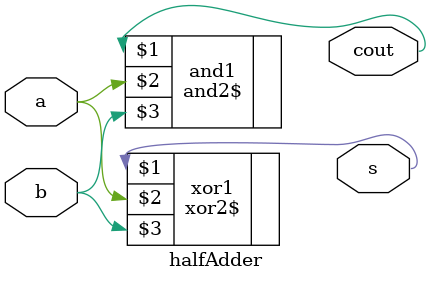
<source format=v>
module fullAdder (s, cout, a, b, cin);
	
	input a;
	input b;
	input cin;
	output s;
	output cout;
	
	wire t1, t2, t3, t4;
	
	xor2$ xor1(t1, a, b);
	xor2$ xor2(s, t1, cin);
	and2$ and1(t2, a, b);
	and2$ and2(t3, a, cin);
	and2$ and3(t4, b, cin);
	or3$ or1(cout, t2, t3 ,t4);
	
endmodule

module halfAdder (s, cout, a, b);

	input a;
	input b;
	output s;
	output cout;

	xor2$ xor1(s, a, b);
	and2$ and1(cout, a, b);

endmodule

</source>
